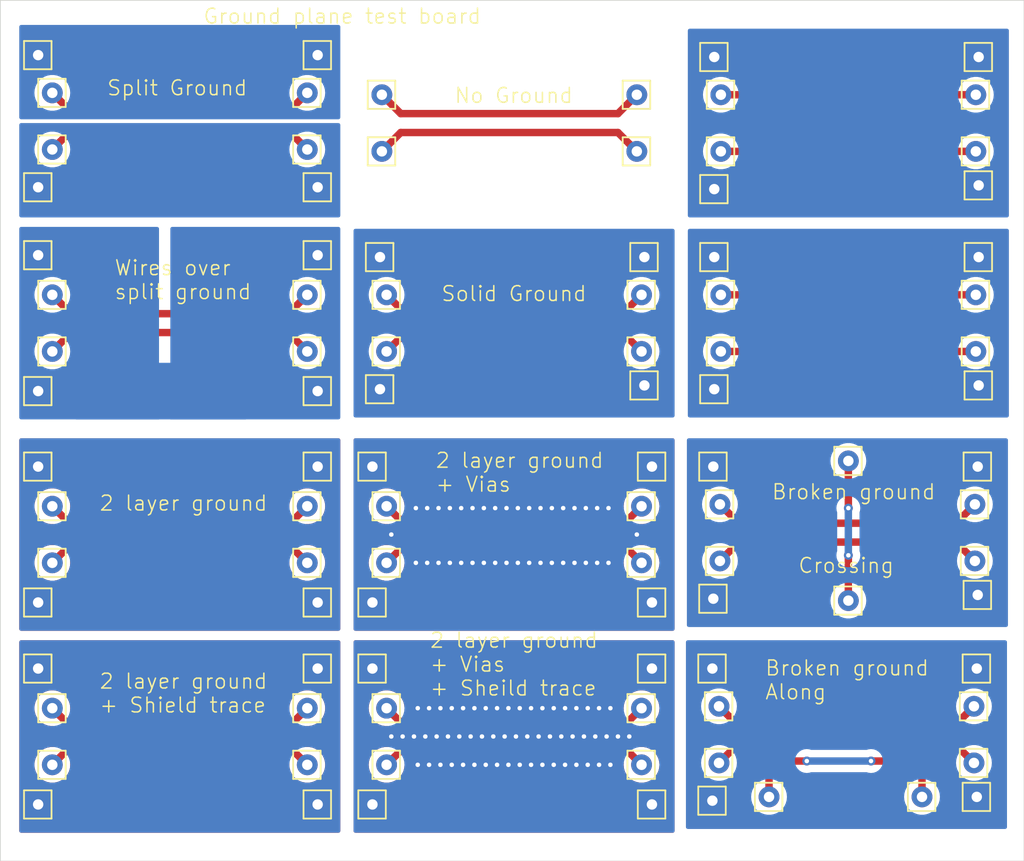
<source format=kicad_pcb>
(kicad_pcb (version 20221018) (generator pcbnew)
  (layers (0 "F.Cu" signal) (31 "B.Cu" signal) (34 "B.Paste" user) (35 "F.Paste" user) (36 "B.SilkS" user "B.Silkscreen") (37 "F.SilkS" user "F.Silkscreen") (38 "B.Mask" user) (39 "F.Mask" user) (44 "Edge.Cuts" user))
  (net 0 "")
  (net 1 "GND")
  (footprint "Connector_Pin:Pin_D0.7mm_L6.5mm_W1.8mm_FlatFork" (layer "F.Cu") (at 91.567 112.395)
    (fp_text reference "REF**" hide)
    (fp_text value "Pin_D0.7mm_L6.5mm_W1.8mm_FlatFork" hide)
  )
  (footprint "Connector_Pin:Pin_D0.7mm_L6.5mm_W1.8mm_FlatFork" (layer "F.Cu") (at 96.7105 106.299)
    (fp_text reference "REF**" hide)
    (fp_text value "Pin_D0.7mm_L6.5mm_W1.8mm_FlatFork" hide)
  )
  (footprint "Connector_Pin:Pin_D0.7mm_L6.5mm_W1.8mm_FlatFork" (layer "F.Cu") (at 113.792 124.206)
    (fp_text reference "REF**" hide)
    (fp_text value "Pin_D0.7mm_L6.5mm_W1.8mm_FlatFork" hide)
  )
  (footprint "Connector_Pin:Pin_D0.7mm_L6.5mm_W1.8mm_FlatFork" (layer "F.Cu") (at 96.2025 117.856)
    (fp_text reference "REF**" hide)
    (fp_text value "Pin_D0.7mm_L6.5mm_W1.8mm_FlatFork" hide)
  )
  (footprint "Connector_Pin:Pin_D0.7mm_L6.5mm_W1.8mm_FlatFork" (layer "F.Cu") (at 91.3765 120.523)
    (fp_text reference "REF**" hide)
    (fp_text value "Pin_D0.7mm_L6.5mm_W1.8mm_FlatFork" hide)
  )
  (footprint "Connector_Pin:Pin_D0.7mm_L6.5mm_W1.8mm_FlatFork" (layer "F.Cu") (at 73.787 112.649)
    (fp_text reference "REF**" hide)
    (fp_text value "Pin_D0.7mm_L6.5mm_W1.8mm_FlatFork" hide)
  )
  (footprint "Connector_Pin:Pin_D0.7mm_L6.5mm_W1.8mm_FlatFork" (layer "F.Cu") (at 113.9825 117.856)
    (fp_text reference "REF**" hide)
    (fp_text value "Pin_D0.7mm_L6.5mm_W1.8mm_FlatFork" hide)
  )
  (footprint "Connector_Pin:Pin_D0.7mm_L6.5mm_W1.8mm_FlatFork" (layer "F.Cu") (at 50.8 99.06)
    (fp_text reference "REF**" hide)
    (fp_text value "Pin_D0.7mm_L6.5mm_W1.8mm_FlatFork" hide)
  )
  (footprint "Connector_Pin:Pin_D0.7mm_L6.5mm_W1.8mm_FlatFork" (layer "F.Cu") (at 51.7525 124.333)
    (fp_text reference "REF**" hide)
    (fp_text value "Pin_D0.7mm_L6.5mm_W1.8mm_FlatFork" hide)
  )
  (footprint "Connector_Pin:Pin_D0.7mm_L6.5mm_W1.8mm_FlatFork" (layer "F.Cu") (at 96.7105 110.109)
    (fp_text reference "REF**" hide)
    (fp_text value "Pin_D0.7mm_L6.5mm_W1.8mm_FlatFork" hide)
  )
  (footprint "Connector_Pin:Pin_D0.7mm_L6.5mm_W1.8mm_FlatFork" (layer "F.Cu") (at 74.2315 120.523)
    (fp_text reference "REF**" hide)
    (fp_text value "Pin_D0.7mm_L6.5mm_W1.8mm_FlatFork" hide)
  )
  (footprint "Connector_Pin:Pin_D0.7mm_L6.5mm_W1.8mm_FlatFork" (layer "F.Cu") (at 73.914 92.837)
    (fp_text reference "REF**" hide)
    (fp_text value "Pin_D0.7mm_L6.5mm_W1.8mm_FlatFork" hide)
  )
  (footprint "Connector_Pin:Pin_D0.7mm_L6.5mm_W1.8mm_FlatFork" (layer "F.Cu") (at 114.046 98.933)
    (fp_text reference "REF**" hide)
    (fp_text value "Pin_D0.7mm_L6.5mm_W1.8mm_FlatFork" hide)
  )
  (footprint "Connector_Pin:Pin_D0.7mm_L6.5mm_W1.8mm_FlatFork" (layer "F.Cu") (at 113.7285 133.985)
    (fp_text reference "REF**" hide)
    (fp_text value "Pin_D0.7mm_L6.5mm_W1.8mm_FlatFork" hide)
  )
  (footprint "Connector_Pin:Pin_D0.7mm_L6.5mm_W1.8mm_FlatFork" (layer "F.Cu") (at 96.7105 92.837)
    (fp_text reference "REF**" hide)
    (fp_text value "Pin_D0.7mm_L6.5mm_W1.8mm_FlatFork" hide)
  )
  (footprint "Connector_Pin:Pin_D0.7mm_L6.5mm_W1.8mm_FlatFork" (layer "F.Cu") (at 69.596 90.17)
    (fp_text reference "REF**" hide)
    (fp_text value "Pin_D0.7mm_L6.5mm_W1.8mm_FlatFork" hide)
  )
  (footprint "Connector_Pin:Pin_D0.7mm_L6.5mm_W1.8mm_FlatFork" (layer "F.Cu") (at 91.3765 124.333)
    (fp_text reference "REF**" hide)
    (fp_text value "Pin_D0.7mm_L6.5mm_W1.8mm_FlatFork" hide)
  )
  (footprint "Connector_Pin:Pin_D0.7mm_L6.5mm_W1.8mm_FlatFork" (layer "F.Cu") (at 113.8555 106.299)
    (fp_text reference "REF**" hide)
    (fp_text value "Pin_D0.7mm_L6.5mm_W1.8mm_FlatFork" hide)
  )
  (footprint "Connector_Pin:Pin_D0.7mm_L6.5mm_W1.8mm_FlatFork" (layer "F.Cu") (at 69.596 131.445)
    (fp_text reference "REF**" hide)
    (fp_text value "Pin_D0.7mm_L6.5mm_W1.8mm_FlatFork" hide)
  )
  (footprint "Connector_Pin:Pin_D0.7mm_L6.5mm_W1.8mm_FlatFork" (layer "F.Cu") (at 68.8975 92.71)
    (fp_text reference "REF**" hide)
    (fp_text value "Pin_D0.7mm_L6.5mm_W1.8mm_FlatFork" hide)
  )
  (footprint "Connector_Pin:Pin_D0.7mm_L6.5mm_W1.8mm_FlatFork" (layer "F.Cu") (at 91.3765 137.922)
    (fp_text reference "REF**" hide)
    (fp_text value "Pin_D0.7mm_L6.5mm_W1.8mm_FlatFork" hide)
  )
  (footprint "Connector_Pin:Pin_D0.7mm_L6.5mm_W1.8mm_FlatFork" (layer "F.Cu") (at 91.567 103.759)
    (fp_text reference "REF**" hide)
    (fp_text value "Pin_D0.7mm_L6.5mm_W1.8mm_FlatFork" hide)
  )
  (footprint "Connector_Pin:Pin_D0.7mm_L6.5mm_W1.8mm_FlatFork" (layer "F.Cu") (at 68.8975 96.52)
    (fp_text reference "REF**" hide)
    (fp_text value "Pin_D0.7mm_L6.5mm_W1.8mm_FlatFork" hide)
  )
  (footprint "Connector_Pin:Pin_D0.7mm_L6.5mm_W1.8mm_FlatFork" (layer "F.Cu") (at 50.8 140.589)
    (fp_text reference "REF**" hide)
    (fp_text value "Pin_D0.7mm_L6.5mm_W1.8mm_FlatFork" hide)
  )
  (footprint "Connector_Pin:Pin_D0.7mm_L6.5mm_W1.8mm_FlatFork" (layer "F.Cu") (at 96.5835 137.795)
    (fp_text reference "REF**" hide)
    (fp_text value "Pin_D0.7mm_L6.5mm_W1.8mm_FlatFork" hide)
  )
  (footprint "Connector_Pin:Pin_D0.7mm_L6.5mm_W1.8mm_FlatFork" (layer "F.Cu") (at 50.8 127)
    (fp_text reference "REF**" hide)
    (fp_text value "Pin_D0.7mm_L6.5mm_W1.8mm_FlatFork" hide)
  )
  (footprint "Connector_Pin:Pin_D0.7mm_L6.5mm_W1.8mm_FlatFork" (layer "F.Cu") (at 50.8 112.776)
    (fp_text reference "REF**" hide)
    (fp_text value "Pin_D0.7mm_L6.5mm_W1.8mm_FlatFork" hide)
  )
  (footprint "Connector_Pin:Pin_D0.7mm_L6.5mm_W1.8mm_FlatFork" (layer "F.Cu") (at 113.792 120.396)
    (fp_text reference "REF**" hide)
    (fp_text value "Pin_D0.7mm_L6.5mm_W1.8mm_FlatFork" hide)
  )
  (footprint "Connector_Pin:Pin_D0.7mm_L6.5mm_W1.8mm_FlatFork" (layer "F.Cu") (at 91.3765 106.299)
    (fp_text reference "REF**" hide)
    (fp_text value "Pin_D0.7mm_L6.5mm_W1.8mm_FlatFork" hide)
  )
  (footprint "Connector_Pin:Pin_D0.7mm_L6.5mm_W1.8mm_FlatFork" (layer "F.Cu") (at 51.7525 134.112)
    (fp_text reference "REF**" hide)
    (fp_text value "Pin_D0.7mm_L6.5mm_W1.8mm_FlatFork" hide)
  )
  (footprint "Connector_Pin:Pin_D0.7mm_L6.5mm_W1.8mm_FlatFork" (layer "F.Cu") (at 69.596 117.856)
    (fp_text reference "REF**" hide)
    (fp_text value "Pin_D0.7mm_L6.5mm_W1.8mm_FlatFork" hide)
  )
  (footprint "Connector_Pin:Pin_D0.7mm_L6.5mm_W1.8mm_FlatFork" (layer "F.Cu") (at 92.075 127)
    (fp_text reference "REF**" hide)
    (fp_text value "Pin_D0.7mm_L6.5mm_W1.8mm_FlatFork" hide)
  )
  (footprint "Connector_Pin:Pin_D0.7mm_L6.5mm_W1.8mm_FlatFork" (layer "F.Cu") (at 92.075 117.856)
    (fp_text reference "REF**" hide)
    (fp_text value "Pin_D0.7mm_L6.5mm_W1.8mm_FlatFork" hide)
  )
  (footprint "Connector_Pin:Pin_D0.7mm_L6.5mm_W1.8mm_FlatFork" (layer "F.Cu") (at 68.8975 134.112)
    (fp_text reference "REF**" hide)
    (fp_text value "Pin_D0.7mm_L6.5mm_W1.8mm_FlatFork" hide)
  )
  (footprint "Connector_Pin:Pin_D0.7mm_L6.5mm_W1.8mm_FlatFork" (layer "F.Cu") (at 51.7525 106.299)
    (fp_text reference "REF**" hide)
    (fp_text value "Pin_D0.7mm_L6.5mm_W1.8mm_FlatFork" hide)
  )
  (footprint "Connector_Pin:Pin_D0.7mm_L6.5mm_W1.8mm_FlatFork" (layer "F.Cu") (at 114.046 112.395)
    (fp_text reference "REF**" hide)
    (fp_text value "Pin_D0.7mm_L6.5mm_W1.8mm_FlatFork" hide)
  )
  (footprint "Connector_Pin:Pin_D0.7mm_L6.5mm_W1.8mm_FlatFork" (layer "F.Cu") (at 105.283 117.475)
    (fp_text reference "REF**" hide)
    (fp_text value "Pin_D0.7mm_L6.5mm_W1.8mm_FlatFork" hide)
  )
  (footprint "Connector_Pin:Pin_D0.7mm_L6.5mm_W1.8mm_FlatFork" (layer "F.Cu") (at 105.283 126.873)
    (fp_text reference "REF**" hide)
    (fp_text value "Pin_D0.7mm_L6.5mm_W1.8mm_FlatFork" hide)
  )
  (footprint "Connector_Pin:Pin_D0.7mm_L6.5mm_W1.8mm_FlatFork" (layer "F.Cu") (at 51.7525 96.52)
    (fp_text reference "REF**" hide)
    (fp_text value "Pin_D0.7mm_L6.5mm_W1.8mm_FlatFork" hide)
  )
  (footprint "Connector_Pin:Pin_D0.7mm_L6.5mm_W1.8mm_FlatFork" (layer "F.Cu") (at 68.8975 137.922)
    (fp_text reference "REF**" hide)
    (fp_text value "Pin_D0.7mm_L6.5mm_W1.8mm_FlatFork" hide)
  )
  (footprint "Connector_Pin:Pin_D0.7mm_L6.5mm_W1.8mm_FlatFork" (layer "F.Cu") (at 113.8555 92.837)
    (fp_text reference "REF**" hide)
    (fp_text value "Pin_D0.7mm_L6.5mm_W1.8mm_FlatFork" hide)
  )
  (footprint "Connector_Pin:Pin_D0.7mm_L6.5mm_W1.8mm_FlatFork" (layer "F.Cu") (at 113.8555 96.647)
    (fp_text reference "REF**" hide)
    (fp_text value "Pin_D0.7mm_L6.5mm_W1.8mm_FlatFork" hide)
  )
  (footprint "Connector_Pin:Pin_D0.7mm_L6.5mm_W1.8mm_FlatFork" (layer "F.Cu") (at 96.266 90.297)
    (fp_text reference "REF**" hide)
    (fp_text value "Pin_D0.7mm_L6.5mm_W1.8mm_FlatFork" hide)
  )
  (footprint "Connector_Pin:Pin_D0.7mm_L6.5mm_W1.8mm_FlatFork" (layer "F.Cu") (at 96.266 99.187)
    (fp_text reference "REF**" hide)
    (fp_text value "Pin_D0.7mm_L6.5mm_W1.8mm_FlatFork" hide)
  )
  (footprint "Connector_Pin:Pin_D0.7mm_L6.5mm_W1.8mm_FlatFork" (layer "F.Cu") (at 74.2315 124.333)
    (fp_text reference "REF**" hide)
    (fp_text value "Pin_D0.7mm_L6.5mm_W1.8mm_FlatFork" hide)
  )
  (footprint "Connector_Pin:Pin_D0.7mm_L6.5mm_W1.8mm_FlatFork" (layer "F.Cu") (at 73.279 131.445)
    (fp_text reference "REF**" hide)
    (fp_text value "Pin_D0.7mm_L6.5mm_W1.8mm_FlatFork" hide)
  )
  (footprint "Connector_Pin:Pin_D0.7mm_L6.5mm_W1.8mm_FlatFork" (layer "F.Cu") (at 96.5835 133.985)
    (fp_text reference "REF**" hide)
    (fp_text value "Pin_D0.7mm_L6.5mm_W1.8mm_FlatFork" hide)
  )
  (footprint "Connector_Pin:Pin_D0.7mm_L6.5mm_W1.8mm_FlatFork" (layer "F.Cu") (at 74.2315 110.109)
    (fp_text reference "REF**" hide)
    (fp_text value "Pin_D0.7mm_L6.5mm_W1.8mm_FlatFork" hide)
  )
  (footprint "Connector_Pin:Pin_D0.7mm_L6.5mm_W1.8mm_FlatFork" (layer "F.Cu") (at 50.8 117.856)
    (fp_text reference "REF**" hide)
    (fp_text value "Pin_D0.7mm_L6.5mm_W1.8mm_FlatFork" hide)
  )
  (footprint "Connector_Pin:Pin_D0.7mm_L6.5mm_W1.8mm_FlatFork" (layer "F.Cu") (at 92.075 131.445)
    (fp_text reference "REF**" hide)
    (fp_text value "Pin_D0.7mm_L6.5mm_W1.8mm_FlatFork" hide)
  )
  (footprint "Connector_Pin:Pin_D0.7mm_L6.5mm_W1.8mm_FlatFork" (layer "F.Cu") (at 69.596 127)
    (fp_text reference "REF**" hide)
    (fp_text value "Pin_D0.7mm_L6.5mm_W1.8mm_FlatFork" hide)
  )
  (footprint "Connector_Pin:Pin_D0.7mm_L6.5mm_W1.8mm_FlatFork" (layer "F.Cu") (at 74.2315 137.922)
    (fp_text reference "REF**" hide)
    (fp_text value "Pin_D0.7mm_L6.5mm_W1.8mm_FlatFork" hide)
  )
  (footprint "Connector_Pin:Pin_D0.7mm_L6.5mm_W1.8mm_FlatFork" (layer "F.Cu") (at 50.8 131.445)
    (fp_text reference "REF**" hide)
    (fp_text value "Pin_D0.7mm_L6.5mm_W1.8mm_FlatFork" hide)
  )
  (footprint "Connector_Pin:Pin_D0.7mm_L6.5mm_W1.8mm_FlatFork" (layer "F.Cu") (at 96.139 140.335)
    (fp_text reference "REF**" hide)
    (fp_text value "Pin_D0.7mm_L6.5mm_W1.8mm_FlatFork" hide)
  )
  (footprint "Connector_Pin:Pin_D0.7mm_L6.5mm_W1.8mm_FlatFork" (layer "F.Cu") (at 68.8975 124.333)
    (fp_text reference "REF**" hide)
    (fp_text value "Pin_D0.7mm_L6.5mm_W1.8mm_FlatFork" hide)
  )
  (footprint "Connector_Pin:Pin_D0.7mm_L6.5mm_W1.8mm_FlatFork" (layer "F.Cu") (at 91.059 92.837)
    (fp_text reference "REF**" hide)
    (fp_text value "Pin_D0.7mm_L6.5mm_W1.8mm_FlatFork" hide)
  )
  (footprint "Connector_Pin:Pin_D0.7mm_L6.5mm_W1.8mm_FlatFork" (layer "F.Cu") (at 68.8975 110.109)
    (fp_text reference "REF**" hide)
    (fp_text value "Pin_D0.7mm_L6.5mm_W1.8mm_FlatFork" hide)
  )
  (footprint "Connector_Pin:Pin_D0.7mm_L6.5mm_W1.8mm_FlatFork" (layer "F.Cu") (at 91.3765 110.109)
    (fp_text reference "REF**" hide)
    (fp_text value "Pin_D0.7mm_L6.5mm_W1.8mm_FlatFork" hide)
  )
  (footprint "Connector_Pin:Pin_D0.7mm_L6.5mm_W1.8mm_FlatFork" (layer "F.Cu") (at 110.236 140.081)
    (fp_text reference "REF**" hide)
    (fp_text value "Pin_D0.7mm_L6.5mm_W1.8mm_FlatFork" hide)
  )
  (footprint "Connector_Pin:Pin_D0.7mm_L6.5mm_W1.8mm_FlatFork" (layer "F.Cu") (at 91.059 96.647)
    (fp_text reference "REF**" hide)
    (fp_text value "Pin_D0.7mm_L6.5mm_W1.8mm_FlatFork" hide)
  )
  (footprint "Connector_Pin:Pin_D0.7mm_L6.5mm_W1.8mm_FlatFork" (layer "F.Cu") (at 114.046 90.297)
    (fp_text reference "REF**" hide)
    (fp_text value "Pin_D0.7mm_L6.5mm_W1.8mm_FlatFork" hide)
  )
  (footprint "Connector_Pin:Pin_D0.7mm_L6.5mm_W1.8mm_FlatFork" (layer "F.Cu") (at 96.139 131.445)
    (fp_text reference "REF**" hide)
    (fp_text value "Pin_D0.7mm_L6.5mm_W1.8mm_FlatFork" hide)
  )
  (footprint "Connector_Pin:Pin_D0.7mm_L6.5mm_W1.8mm_FlatFork" (layer "F.Cu") (at 73.279 140.589)
    (fp_text reference "REF**" hide)
    (fp_text value "Pin_D0.7mm_L6.5mm_W1.8mm_FlatFork" hide)
  )
  (footprint "Connector_Pin:Pin_D0.7mm_L6.5mm_W1.8mm_FlatFork" (layer "F.Cu") (at 92.075 140.589)
    (fp_text reference "REF**" hide)
    (fp_text value "Pin_D0.7mm_L6.5mm_W1.8mm_FlatFork" hide)
  )
  (footprint "Connector_Pin:Pin_D0.7mm_L6.5mm_W1.8mm_FlatFork" (layer "F.Cu") (at 96.2025 126.746)
    (fp_text reference "REF**" hide)
    (fp_text value "Pin_D0.7mm_L6.5mm_W1.8mm_FlatFork" hide)
  )
  (footprint "Connector_Pin:Pin_D0.7mm_L6.5mm_W1.8mm_FlatFork" (layer "F.Cu") (at 113.919 131.445)
    (fp_text reference "REF**" hide)
    (fp_text value "Pin_D0.7mm_L6.5mm_W1.8mm_FlatFork" hide)
  )
  (footprint "Connector_Pin:Pin_D0.7mm_L6.5mm_W1.8mm_FlatFork" (layer "F.Cu") (at 74.2315 134.112)
    (fp_text reference "REF**" hide)
    (fp_text value "Pin_D0.7mm_L6.5mm_W1.8mm_FlatFork" hide)
  )
  (footprint "Connector_Pin:Pin_D0.7mm_L6.5mm_W1.8mm_FlatFork" (layer "F.Cu") (at 91.3765 134.112)
    (fp_text reference "REF**" hide)
    (fp_text value "Pin_D0.7mm_L6.5mm_W1.8mm_FlatFork" hide)
  )
  (footprint "Connector_Pin:Pin_D0.7mm_L6.5mm_W1.8mm_FlatFork" (layer "F.Cu") (at 51.7525 120.523)
    (fp_text reference "REF**" hide)
    (fp_text value "Pin_D0.7mm_L6.5mm_W1.8mm_FlatFork" hide)
  )
  (footprint "Connector_Pin:Pin_D0.7mm_L6.5mm_W1.8mm_FlatFork" (layer "F.Cu") (at 73.279 117.856)
    (fp_text reference "REF**" hide)
    (fp_text value "Pin_D0.7mm_L6.5mm_W1.8mm_FlatFork" hide)
  )
  (footprint "Connector_Pin:Pin_D0.7mm_L6.5mm_W1.8mm_FlatFork" (layer "F.Cu") (at 68.8975 120.523)
    (fp_text reference "REF**" hide)
    (fp_text value "Pin_D0.7mm_L6.5mm_W1.8mm_FlatFork" hide)
  )
  (footprint "Connector_Pin:Pin_D0.7mm_L6.5mm_W1.8mm_FlatFork" (layer "F.Cu") (at 50.8 103.632)
    (fp_text reference "REF**" hide)
    (fp_text value "Pin_D0.7mm_L6.5mm_W1.8mm_FlatFork" hide)
  )
  (footprint "Connector_Pin:Pin_D0.7mm_L6.5mm_W1.8mm_FlatFork" (layer "F.Cu") (at 113.8555 110.109)
    (fp_text reference "REF**" hide)
    (fp_text value "Pin_D0.7mm_L6.5mm_W1.8mm_FlatFork" hide)
  )
  (footprint "Connector_Pin:Pin_D0.7mm_L6.5mm_W1.8mm_FlatFork" (layer "F.Cu") (at 96.647 124.206)
    (fp_text reference "REF**" hide)
    (fp_text value "Pin_D0.7mm_L6.5mm_W1.8mm_FlatFork" hide)
  )
  (footprint "Connector_Pin:Pin_D0.7mm_L6.5mm_W1.8mm_FlatFork" (layer "F.Cu") (at 114.046 103.759)
    (fp_text reference "REF**" hide)
    (fp_text value "Pin_D0.7mm_L6.5mm_W1.8mm_FlatFork" hide)
  )
  (footprint "Connector_Pin:Pin_D0.7mm_L6.5mm_W1.8mm_FlatFork" (layer "F.Cu") (at 73.787 103.759)
    (fp_text reference "REF**" hide)
    (fp_text value "Pin_D0.7mm_L6.5mm_W1.8mm_FlatFork" hide)
  )
  (footprint "Connector_Pin:Pin_D0.7mm_L6.5mm_W1.8mm_FlatFork" (layer "F.Cu") (at 69.596 99.06)
    (fp_text reference "REF**" hide)
    (fp_text value "Pin_D0.7mm_L6.5mm_W1.8mm_FlatFork" hide)
  )
  (footprint "Connector_Pin:Pin_D0.7mm_L6.5mm_W1.8mm_FlatFork" (layer "F.Cu") (at 96.647 120.396)
    (fp_text reference "REF**" hide)
    (fp_text value "Pin_D0.7mm_L6.5mm_W1.8mm_FlatFork" hide)
  )
  (footprint "Connector_Pin:Pin_D0.7mm_L6.5mm_W1.8mm_FlatFork" (layer "F.Cu") (at 96.266 103.759)
    (fp_text reference "REF**" hide)
    (fp_text value "Pin_D0.7mm_L6.5mm_W1.8mm_FlatFork" hide)
  )
  (footprint "Connector_Pin:Pin_D0.7mm_L6.5mm_W1.8mm_FlatFork" (layer "F.Cu") (at 113.919 140.081)
    (fp_text reference "REF**" hide)
    (fp_text value "Pin_D0.7mm_L6.5mm_W1.8mm_FlatFork" hide)
  )
  (footprint "Connector_Pin:Pin_D0.7mm_L6.5mm_W1.8mm_FlatFork" (layer "F.Cu") (at 96.266 112.649)
    (fp_text reference "REF**" hide)
    (fp_text value "Pin_D0.7mm_L6.5mm_W1.8mm_FlatFork" hide)
  )
  (footprint "Connector_Pin:Pin_D0.7mm_L6.5mm_W1.8mm_FlatFork" (layer "F.Cu") (at 99.949 140.081)
    (fp_text reference "REF**" hide)
    (fp_text value "Pin_D0.7mm_L6.5mm_W1.8mm_FlatFork" hide)
  )
  (footprint "Connector_Pin:Pin_D0.7mm_L6.5mm_W1.8mm_FlatFork" (layer "F.Cu") (at 73.914 96.647)
    (fp_text reference "REF**" hide)
    (fp_text value "Pin_D0.7mm_L6.5mm_W1.8mm_FlatFork" hide)
  )
  (footprint "Connector_Pin:Pin_D0.7mm_L6.5mm_W1.8mm_FlatFork" (layer "F.Cu") (at 74.2315 106.299)
    (fp_text reference "REF**" hide)
    (fp_text value "Pin_D0.7mm_L6.5mm_W1.8mm_FlatFork" hide)
  )
  (footprint "Connector_Pin:Pin_D0.7mm_L6.5mm_W1.8mm_FlatFork" (layer "F.Cu") (at 69.596 112.776)
    (fp_text reference "REF**" hide)
    (fp_text value "Pin_D0.7mm_L6.5mm_W1.8mm_FlatFork" hide)
  )
  (footprint "Connector_Pin:Pin_D0.7mm_L6.5mm_W1.8mm_FlatFork" (layer "F.Cu") (at 69.596 140.589)
    (fp_text reference "REF**" hide)
    (fp_text value "Pin_D0.7mm_L6.5mm_W1.8mm_FlatFork" hide)
  )
  (footprint "Connector_Pin:Pin_D0.7mm_L6.5mm_W1.8mm_FlatFork" (layer "F.Cu") (at 113.9825 126.492)
    (fp_text reference "REF**" hide)
    (fp_text value "Pin_D0.7mm_L6.5mm_W1.8mm_FlatFork" hide)
  )
  (footprint "Connector_Pin:Pin_D0.7mm_L6.5mm_W1.8mm_FlatFork" (layer "F.Cu") (at 96.7105 96.647)
    (fp_text reference "REF**" hide)
    (fp_text value "Pin_D0.7mm_L6.5mm_W1.8mm_FlatFork" hide)
  )
  (footprint "Connector_Pin:Pin_D0.7mm_L6.5mm_W1.8mm_FlatFork" (layer "F.Cu") (at 51.7525 110.109)
    (fp_text reference "REF**" hide)
    (fp_text value "Pin_D0.7mm_L6.5mm_W1.8mm_FlatFork" hide)
  )
  (footprint "Connector_Pin:Pin_D0.7mm_L6.5mm_W1.8mm_FlatFork" (layer "F.Cu") (at 51.7525 92.71)
    (fp_text reference "REF**" hide)
    (fp_text value "Pin_D0.7mm_L6.5mm_W1.8mm_FlatFork" hide)
  )
  (footprint "Connector_Pin:Pin_D0.7mm_L6.5mm_W1.8mm_FlatFork" (layer "F.Cu") (at 50.8 90.17)
    (fp_text reference "REF**" hide)
    (fp_text value "Pin_D0.7mm_L6.5mm_W1.8mm_FlatFork" hide)
  )
  (footprint "Connector_Pin:Pin_D0.7mm_L6.5mm_W1.8mm_FlatFork" (layer "F.Cu") (at 73.279 127)
    (fp_text reference "REF**" hide)
    (fp_text value "Pin_D0.7mm_L6.5mm_W1.8mm_FlatFork" hide)
  )
  (footprint "Connector_Pin:Pin_D0.7mm_L6.5mm_W1.8mm_FlatFork" (layer "F.Cu") (at 113.7285 137.795)
    (fp_text reference "REF**" hide)
    (fp_text value "Pin_D0.7mm_L6.5mm_W1.8mm_FlatFork" hide)
  )
  (footprint "Connector_Pin:Pin_D0.7mm_L6.5mm_W1.8mm_FlatFork" (layer "F.Cu") (at 69.596 103.632)
    (fp_text reference "REF**" hide)
    (fp_text value "Pin_D0.7mm_L6.5mm_W1.8mm_FlatFork" hide)
  )
  (footprint "Connector_Pin:Pin_D0.7mm_L6.5mm_W1.8mm_FlatFork" (layer "F.Cu") (at 68.8975 106.299)
    (fp_text reference "REF**" hide)
    (fp_text value "Pin_D0.7mm_L6.5mm_W1.8mm_FlatFork" hide)
  )
  (footprint "Connector_Pin:Pin_D0.7mm_L6.5mm_W1.8mm_FlatFork" (layer "F.Cu") (at 51.7525 137.922)
    (fp_text reference "REF**" hide)
    (fp_text value "Pin_D0.7mm_L6.5mm_W1.8mm_FlatFork" hide)
  )
  (gr_rect (start 48.26 86.487) (end 117.094 144.399) (stroke (width 0.05)) (fill none) (layer "Edge.Cuts"))
  (gr_text "2 layer ground\n+ Vias" (at 77.47 119.634) (layer "F.SilkS") (effects (font (size 1 1) (thickness 0.1)) (justify left bottom)))
  (gr_text "2 layer ground\n+ Vias\n+ Sheild trace" (at 77.089 133.35) (layer "F.SilkS") (effects (font (size 1 1) (thickness 0.1)) (justify left bottom)))
  (gr_text "Crossing" (at 101.854 125.095) (layer "F.SilkS") (effects (font (size 1 1) (thickness 0.1)) (justify left bottom)))
  (gr_text "2 layer ground" (at 54.864 120.904) (layer "F.SilkS") (effects (font (size 1 1) (thickness 0.1)) (justify left bottom)))
  (gr_text "Broken ground\nAlong" (at 99.6315 133.604) (layer "F.SilkS") (effects (font (size 1 1) (thickness 0.1)) (justify left bottom)))
  (gr_text "No Ground" (at 78.74 93.472) (layer "F.SilkS") (effects (font (size 1 1) (thickness 0.1)) (justify left bottom)))
  (gr_text "Split Ground" (at 55.372 92.964) (layer "F.SilkS") (effects (font (size 1 1) (thickness 0.1)) (justify left bottom)))
  (gr_text "Wires over\nsplit ground" (at 55.88 106.68) (layer "F.SilkS") (effects (font (size 1 1) (thickness 0.1)) (justify left bottom)))
  (gr_text "Solid Ground" (at 77.851 106.807) (layer "F.SilkS") (effects (font (size 1 1) (thickness 0.1)) (justify left bottom)))
  (gr_text "Ground plane test board" (at 61.849 88.138) (layer "F.SilkS") (effects (font (size 1 1) (thickness 0.1)) (justify left bottom)))
  (gr_text "Broken ground" (at 100.076 120.142) (layer "F.SilkS") (effects (font (size 1 1) (thickness 0.1)) (justify left bottom)))
  (gr_text "2 layer ground\n+ Shield trace" (at 54.864 134.493) (layer "F.SilkS") (effects (font (size 1 1) (thickness 0.1)) (justify left bottom)))
  (segment (start 96.7105 106.299) (end 103.759 106.299) (width 0.5) (layer "F.Cu") (net 0))
  (segment (start 110.109 137.668) (end 110.236 137.795) (width 0.5) (layer "F.Cu") (net 0))
  (segment (start 75.184 94.107) (end 89.789 94.107) (width 0.5) (layer "F.Cu") (net 0))
  (segment (start 105.156 108.585) (end 103.632 110.109) (width 0.5) (layer "F.Cu") (net 0))
  (segment (start 112.522 121.666) (end 113.792 120.396) (width 0.5) (layer "F.Cu") (net 0))
  (segment (start 90.1065 135.382) (end 91.3765 134.112) (width 0.5) (layer "F.Cu") (net 0))
  (segment (start 107.569 106.299) (end 113.8555 106.299) (width 0.5) (layer "F.Cu") (net 0))
  (segment (start 67.6275 108.839) (end 53.0225 108.839) (width 0.5) (layer "F.Cu") (net 0))
  (segment (start 73.914 92.837) (end 75.184 94.107) (width 0.5) (layer "F.Cu") (net 0))
  (segment (start 113.8555 110.109) (end 107.696 110.109) (width 0.5) (layer "F.Cu") (net 0))
  (segment (start 105.156 94.361) (end 106.68 92.837) (width 0.5) (layer "F.Cu") (net 0))
  (segment (start 68.8975 124.333) (end 67.6275 123.063) (width 0.5) (layer "F.Cu") (net 0))
  (segment (start 91.3765 137.922) (end 90.1065 136.652) (width 0.5) (layer "F.Cu") (net 0))
  (segment (start 112.4585 135.255) (end 113.7285 133.985) (width 0.5) (layer "F.Cu") (net 0))
  (segment (start 90.1065 108.839) (end 75.5015 108.839) (width 0.5) (layer "F.Cu") (net 0))
  (segment (start 91.3765 110.109) (end 90.1065 108.839) (width 0.5) (layer "F.Cu") (net 0))
  (segment (start 97.917 122.936) (end 96.647 124.206) (width 0.5) (layer "F.Cu") (net 0))
  (segment (start 113.7285 137.795) (end 112.4585 136.525) (width 0.5) (layer "F.Cu") (net 0))
  (segment (start 90.1065 123.063) (end 75.5015 123.063) (width 0.5) (layer "F.Cu") (net 0))
  (segment (start 99.949 137.668) (end 102.489 137.668) (width 0.5) (layer "F.Cu") (net 0))
  (segment (start 67.6275 136.652) (end 53.0225 136.652) (width 0.5) (layer "F.Cu") (net 0))
  (segment (start 106.68 92.837) (end 113.8555 92.837) (width 0.5) (layer "F.Cu") (net 0))
  (segment (start 103.632 110.109) (end 96.7105 110.109) (width 0.5) (layer "F.Cu") (net 0))
  (segment (start 97.8535 135.255) (end 112.4585 135.255) (width 0.5) (layer "F.Cu") (net 0))
  (segment (start 105.283 126.873) (end 105.283 123.825) (width 0.5) (layer "F.Cu") (net 0))
  (segment (start 112.4585 136.525) (end 97.8535 136.525) (width 0.5) (layer "F.Cu") (net 0))
  (segment (start 67.6275 123.063) (end 53.0225 123.063) (width 0.5) (layer "F.Cu") (net 0))
  (segment (start 75.184 95.377) (end 73.914 96.647) (width 0.5) (layer "F.Cu") (net 0))
  (segment (start 67.6275 135.382) (end 68.8975 134.112) (width 0.5) (layer "F.Cu") (net 0))
  (segment (start 51.7525 92.71) (end 53.0225 93.98) (width 0.5) (layer "F.Cu") (net 0))
  (segment (start 112.522 122.936) (end 97.917 122.936) (width 0.5) (layer "F.Cu") (net 0))
  (segment (start 74.2315 120.523) (end 75.5015 121.793) (width 0.5) (layer "F.Cu") (net 0))
  (segment (start 53.0225 135.382) (end 67.6275 135.382) (width 0.5) (layer "F.Cu") (net 0))
  (segment (start 74.2315 106.299) (end 75.5015 107.569) (width 0.5) (layer "F.Cu") (net 0))
  (segment (start 68.8975 110.109) (end 67.6275 108.839) (width 0.5) (layer "F.Cu") (net 0))
  (segment (start 106.807 137.668) (end 110.109 137.668) (width 0.5) (layer "F.Cu") (net 0))
  (segment (start 67.6275 95.25) (end 53.0225 95.25) (width 0.5) (layer "F.Cu") (net 0))
  (segment (start 106.172 108.585) (end 105.156 108.585) (width 0.5) (layer "F.Cu") (net 0))
  (segment (start 105.156 95.123) (end 106.68 96.647) (width 0.5) (layer "F.Cu") (net 0))
  (segment (start 89.789 95.377) (end 75.184 95.377) (width 0.5) (layer "F.Cu") (net 0))
  (segment (start 106.172 107.696) (end 107.569 106.299) (width 0.5) (layer "F.Cu") (net 0))
  (segment (start 53.0225 136.652) (end 51.7525 137.922) (width 0.5) (layer "F.Cu") (net 0))
  (segment (start 91.3765 124.333) (end 90.1065 123.063) (width 0.5) (layer "F.Cu") (net 0))
  (segment (start 53.0225 95.25) (end 51.7525 96.52) (width 0.5) (layer "F.Cu") (net 0))
  (segment (start 75.5015 135.382) (end 90.1065 135.382) (width 0.5) (layer "F.Cu") (net 0))
  (segment (start 53.0225 123.063) (end 51.7525 124.333) (width 0.5) (layer "F.Cu") (net 0))
  (segment (start 96.7105 92.837) (end 103.632 92.837) (width 0.5) (layer "F.Cu") (net 0))
  (segment (start 91.059 96.647) (end 89.789 95.377) (width 0.5) (layer "F.Cu") (net 0))
  (segment (start 75.5015 123.063) (end 74.2315 124.333) (width 0.5) (layer "F.Cu") (net 0))
  (segment (start 68.8975 137.922) (end 67.6275 136.652) (width 0.5) (layer "F.Cu") (net 0))
  (segment (start 107.696 110.109) (end 106.172 108.585) (width 0.5) (layer "F.Cu") (net 0))
  (segment (start 105.283 120.65) (end 105.283 117.475) (width 0.5) (layer "F.Cu") (net 0))
  (segment (start 96.5835 133.985) (end 97.8535 135.255) (width 0.5) (layer "F.Cu") (net 0))
  (segment (start 53.0225 121.793) (end 67.6275 121.793) (width 0.5) (layer "F.Cu") (net 0))
  (segment (start 97.8535 136.525) (end 96.5835 137.795) (width 0.5) (layer "F.Cu") (net 0))
  (segment (start 75.5015 136.652) (end 74.2315 137.922) (width 0.5) (layer "F.Cu") (net 0))
  (segment (start 99.949 140.081) (end 99.949 137.668) (width 0.5) (layer "F.Cu") (net 0))
  (segment (start 75.5015 107.569) (end 90.1065 107.569) (width 0.5) (layer "F.Cu") (net 0))
  (segment (start 53.0225 93.98) (end 67.6275 93.98) (width 0.5) (layer "F.Cu") (net 0))
  (segment (start 110.236 137.795) (end 110.236 140.081) (width 0.5) (layer "F.Cu") (net 0))
  (segment (start 67.6275 107.569) (end 68.8975 106.299) (width 0.5) (layer "F.Cu") (net 0))
  (segment (start 51.7525 106.299) (end 53.0225 107.569) (width 0.5) (layer "F.Cu") (net 0))
  (segment (start 90.1065 136.652) (end 75.5015 136.652) (width 0.5) (layer "F.Cu") (net 0))
  (segment (start 53.0225 107.569) (end 67.6275 107.569) (width 0.5) (layer "F.Cu") (net 0))
  (segment (start 103.759 106.299) (end 105.156 107.696) (width 0.5) (layer "F.Cu") (net 0))
  (segment (start 90.1065 107.569) (end 91.3765 106.299) (width 0.5) (layer "F.Cu") (net 0))
  (segment (start 113.792 124.206) (end 112.522 122.936) (width 0.5) (layer "F.Cu") (net 0))
  (segment (start 96.7105 96.647) (end 103.632 96.647) (width 0.5) (layer "F.Cu") (net 0))
  (segment (start 51.7525 134.112) (end 53.0225 135.382) (width 0.5) (layer "F.Cu") (net 0))
  (segment (start 67.6275 93.98) (end 68.8975 92.71) (width 0.5) (layer "F.Cu") (net 0))
  (segment (start 53.0225 108.839) (end 51.7525 110.109) (width 0.5) (layer "F.Cu") (net 0))
  (segment (start 96.647 120.396) (end 97.917 121.666) (width 0.5) (layer "F.Cu") (net 0))
  (segment (start 103.632 96.647) (end 105.156 95.123) (width 0.5) (layer "F.Cu") (net 0))
  (segment (start 106.68 96.647) (end 113.8555 96.647) (width 0.5) (layer "F.Cu") (net 0))
  (segment (start 68.8975 96.52) (end 67.6275 95.25) (width 0.5) (layer "F.Cu") (net 0))
  (segment (start 103.632 92.837) (end 105.156 94.361) (width 0.5) (layer "F.Cu") (net 0))
  (segment (start 75.5015 121.793) (end 90.1065 121.793) (width 0.5) (layer "F.Cu") (net 0))
  (segment (start 75.5015 108.839) (end 74.2315 110.109) (width 0.5) (layer "F.Cu") (net 0))
  (segment (start 90.1065 121.793) (end 91.3765 120.523) (width 0.5) (layer "F.Cu") (net 0))
  (segment (start 67.6275 121.793) (end 68.8975 120.523) (width 0.5) (layer "F.Cu") (net 0))
  (segment (start 97.917 121.666) (end 112.522 121.666) (width 0.5) (layer "F.Cu") (net 0))
  (segment (start 105.156 107.696) (end 106.172 107.696) (width 0.5) (layer "F.Cu") (net 0))
  (segment (start 89.789 94.107) (end 91.059 92.837) (width 0.5) (layer "F.Cu") (net 0))
  (segment (start 74.2315 134.112) (end 75.5015 135.382) (width 0.5) (layer "F.Cu") (net 0))
  (segment (start 51.7525 120.523) (end 53.0225 121.793) (width 0.5) (layer "F.Cu") (net 0))
  (via (at 105.283 123.825) (size 0.6) (drill 0.3) (layers "F.Cu" "B.Cu") (net 0))
  (via (at 102.489 137.668) (size 0.6) (drill 0.3) (layers "F.Cu" "B.Cu") (net 0))
  (via (at 106.807 137.668) (size 0.6) (drill 0.3) (layers "F.Cu" "B.Cu") (net 0))
  (via (at 105.283 120.65) (size 0.6) (drill 0.3) (layers "F.Cu" "B.Cu") (net 0))
  (segment (start 105.283 123.825) (end 105.283 120.65) (width 0.5) (layer "B.Cu") (net 0))
  (segment (start 102.489 137.668) (end 106.807 137.668) (width 0.5) (layer "B.Cu") (net 0))
  (segment (start 91.059 136.017) (end 90.805 136.017) (width 0.5) (layer "F.Cu") (net 1))
  (segment (start 67.31 136.017) (end 52.197 136.017) (width 0.5) (layer "F.Cu") (net 1))
  (segment (start 75.311 136.017) (end 74.676 136.017) (width 0.5) (layer "F.Cu") (net 1))
  (segment (start 73.787 136.017) (end 73.279 135.509) (width 0.5) (layer "F.Cu") (net 1))
  (segment (start 90.551 136.017) (end 91.059 136.017) (width 0.5) (layer "F.Cu") (net 1))
  (segment (start 74.676 136.017) (end 74.549 136.017) (width 0.5) (layer "F.Cu") (net 1))
  (segment (start 89.789 136.017) (end 75.311 136.017) (width 0.5) (layer "F.Cu") (net 1))
  (segment (start 68.58 136.017) (end 68.326 136.017) (width 0.5) (layer "F.Cu") (net 1))
  (segment (start 74.549 136.017) (end 73.787 136.017) (width 0.5) (layer "F.Cu") (net 1))
  (segment (start 73.279 135.509) (end 72.644 135.509) (width 0.5) (layer "F.Cu") (net 1))
  (segment (start 67.31 136.017) (end 68.58 136.017) (width 0.5) (layer "F.Cu") (net 1))
  (segment (start 89.789 136.017) (end 90.551 136.017) (width 0.5) (layer "F.Cu") (net 1))
  (via (at 87.503 136.017) (size 0.6) (drill 0.3) (layers "F.Cu" "B.Cu") (net 1))
  (via (at 85.471 134.112) (size 0.6) (drill 0.3) (layers "F.Cu" "B.Cu") (net 1))
  (via (at 77.089 137.922) (size 0.6) (drill 0.3) (layers "F.Cu" "B.Cu") (net 1))
  (via (at 76.073 136.017) (size 0.6) (drill 0.3) (layers "F.Cu" "B.Cu") (net 1))
  (via (at 88.392 124.333) (size 0.6) (drill 0.3) (layers "F.Cu" "B.Cu") (net 1))
  (via (at 82.423 134.112) (size 0.6) (drill 0.3) (layers "F.Cu" "B.Cu") (net 1))
  (via (at 74.549 136.017) (size 0.6) (drill 0.3) (layers "F.Cu" "B.Cu") (net 1))
  (via (at 85.471 137.922) (size 0.6) (drill 0.3) (layers "F.Cu" "B.Cu") (net 1))
  (via (at 78.613 134.112) (size 0.6) (drill 0.3) (layers "F.Cu" "B.Cu") (net 1))
  (via (at 76.962 120.65) (size 0.6) (drill 0.3) (layers "F.Cu" "B.Cu") (net 1))
  (via (at 77.724 124.333) (size 0.6) (drill 0.3) (layers "F.Cu" "B.Cu") (net 1))
  (via (at 87.757 137.922) (size 0.6) (drill 0.3) (layers "F.Cu" "B.Cu") (net 1))
  (via (at 85.979 136.017) (size 0.6) (drill 0.3) (layers "F.Cu" "B.Cu") (net 1))
  (via (at 85.344 124.333) (size 0.6) (drill 0.3) (layers "F.Cu" "B.Cu") (net 1))
  (via (at 79.248 124.333) (size 0.6) (drill 0.3) (layers "F.Cu" "B.Cu") (net 1))
  (via (at 83.947 137.922) (size 0.6) (drill 0.3) (layers "F.Cu" "B.Cu") (net 1))
  (via (at 80.899 134.112) (size 0.6) (drill 0.3) (layers "F.Cu" "B.Cu") (net 1))
  (via (at 75.311 136.017) (size 0.6) (drill 0.3) (layers "F.Cu" "B.Cu") (net 1))
  (via (at 86.106 120.65) (size 0.6) (drill 0.3) (layers "F.Cu" "B.Cu") (net 1))
  (via (at 84.455 136.017) (size 0.6) (drill 0.3) (layers "F.Cu" "B.Cu") (net 1))
  (via (at 88.519 137.922) (size 0.6) (drill 0.3) (layers "F.Cu" "B.Cu") (net 1))
  (via (at 77.089 134.112) (size 0.6) (drill 0.3) (layers "F.Cu" "B.Cu") (net 1))
  (via (at 83.693 136.017) (size 0.6) (drill 0.3) (layers "F.Cu" "B.Cu") (net 1))
  (via (at 88.519 134.112) (size 0.6) (drill 0.3) (layers "F.Cu" "B.Cu") (net 1))
  (via (at 83.82 120.65) (size 0.6) (drill 0.3) (layers "F.Cu" "B.Cu") (net 1))
  (via (at 87.757 134.112) (size 0.6) (drill 0.3) (layers "F.Cu" "B.Cu") (net 1))
  (via (at 87.63 120.65) (size 0.6) (drill 0.3) (layers "F.Cu" "B.Cu") (net 1))
  (via (at 83.185 134.112) (size 0.6) (drill 0.3) (layers "F.Cu" "B.Cu") (net 1))
  (via (at 79.883 136.017) (size 0.6) (drill 0.3) (layers "F.Cu" "B.Cu") (net 1))
  (via (at 81.661 134.112) (size 0.6) (drill 0.3) (layers "F.Cu" "B.Cu") (net 1))
  (via (at 78.613 137.922) (size 0.6) (drill 0.3) (layers "F.Cu" "B.Cu") (net 1))
  (via (at 89.281 134.112) (size 0.6) (drill 0.3) (layers "F.Cu" "B.Cu") (net 1))
  (via (at 83.058 120.65) (size 0.6) (drill 0.3) (layers "F.Cu" "B.Cu") (net 1))
  (via (at 79.121 136.017) (size 0.6) (drill 0.3) (layers "F.Cu" "B.Cu") (net 1))
  (via (at 84.582 124.333) (size 0.6) (drill 0.3) (layers "F.Cu" "B.Cu") (net 1))
  (via (at 86.995 134.112) (size 0.6) (drill 0.3) (layers "F.Cu" "B.Cu") (net 1))
  (via (at 76.962 124.333) (size 0.6) (drill 0.3) (layers "F.Cu" "B.Cu") (net 1))
  (via (at 76.2 124.333) (size 0.6) (drill 0.3) (layers "F.Cu" "B.Cu") (net 1))
  (via (at 88.265 136.017) (size 0.6) (drill 0.3) (layers "F.Cu" "B.Cu") (net 1))
  (via (at 85.344 120.65) (size 0.6) (drill 0.3) (layers "F.Cu" "B.Cu") (net 1))
  (via (at 87.63 124.333) (size 0.6) (drill 0.3) (layers "F.Cu" "B.Cu") (net 1))
  (via (at 91.059 122.428) (size 0.6) (drill 0.3) (layers "F.Cu" "B.Cu") (net 1))
  (via (at 81.534 124.333) (size 0.6) (drill 0.3) (layers "F.Cu" "B.Cu") (net 1))
  (via (at 81.407 136.017) (size 0.6) (drill 0.3) (layers "F.Cu" "B.Cu") (net 1))
  (via (at 74.549 122.428) (size 0.6) (drill 0.3) (layers "F.Cu" "B.Cu") (net 1))
  (via (at 89.154 120.65) (size 0.6) (drill 0.3) (layers "F.Cu" "B.Cu") (net 1))
  (via (at 76.2 120.65) (size 0.6) (drill 0.3) (layers "F.Cu" "B.Cu") (net 1))
  (via (at 86.995 137.922) (size 0.6) (drill 0.3) (layers "F.Cu" "B.Cu") (net 1))
  (via (at 80.137 137.922) (size 0.6) (drill 0.3) (layers "F.Cu" "B.Cu") (net 1))
  (via (at 80.772 124.333) (size 0.6) (drill 0.3) (layers "F.Cu" "B.Cu") (net 1))
  (via (at 89.154 124.333) (size 0.6) (drill 0.3) (layers "F.Cu" "B.Cu") (net 1))
  (via (at 86.233 137.922) (size 0.6) (drill 0.3) (layers "F.Cu" "B.Cu") (net 1))
  (via (at 76.835 136.017) (size 0.6) (drill 0.3) (layers "F.Cu" "B.Cu") (net 1))
  (via (at 82.931 136.017) (size 0.6) (drill 0.3) (layers "F.Cu" "B.Cu") (net 1))
  (via (at 83.058 124.333) (size 0.6) (drill 0.3) (layers "F.Cu" "B.Cu") (net 1))
  (via (at 86.868 124.333) (size 0.6) (drill 0.3) (layers "F.Cu" "B.Cu") (net 1))
  (via (at 79.248 120.65) (size 0.6) (drill 0.3) (layers "F.Cu" "B.Cu") (net 1))
  (via (at 84.582 120.65) (size 0.6) (drill 0.3) (layers "F.Cu" "B.Cu") (net 1))
  (via (at 76.327 137.922) (size 0.6) (drill 0.3) (layers "F.Cu" "B.Cu") (net 1))
  (via (at 83.947 134.112) (size 0.6) (drill 0.3) (layers "F.Cu" "B.Cu") (net 1))
  (via (at 77.597 136.017) (size 0.6) (drill 0.3) (layers "F.Cu" "B.Cu") (net 1))
  (via (at 81.661 137.922) (size 0.6) (drill 0.3) (layers "F.Cu" "B.Cu") (net 1))
  (via (at 89.789 136.017) (size 0.6) (drill 0.3) (layers "F.Cu" "B.Cu") (net 1))
  (via (at 80.772 120.65) (size 0.6) (drill 0.3) (layers "F.Cu" "B.Cu") (net 1))
  (via (at 78.359 136.017) (size 0.6) (drill 0.3) (layers "F.Cu" "B.Cu") (net 1))
  (via (at 88.392 120.65) (size 0.6) (drill 0.3) (layers "F.Cu" "B.Cu") (net 1))
  (via (at 80.01 120.65) (size 0.6) (drill 0.3) (layers "F.Cu" "B.Cu") (net 1))
  (via (at 80.01 124.333) (size 0.6) (drill 0.3) (layers "F.Cu" "B.Cu") (net 1))
  (via (at 76.327 134.112) (size 0.6) (drill 0.3) (layers "F.Cu" "B.Cu") (net 1))
  (via (at 80.899 137.922) (size 0.6) (drill 0.3) (layers "F.Cu" "B.Cu") (net 1))
  (via (at 84.709 134.112) (size 0.6) (drill 0.3) (layers "F.Cu" "B.Cu") (net 1))
  (via (at 80.645 136.017) (size 0.6) (drill 0.3) (layers "F.Cu" "B.Cu") (net 1))
  (via (at 89.027 136.017) (size 0.6) (drill 0.3) (layers "F.Cu" "B.Cu") (net 1))
  (via (at 77.851 137.922) (size 0.6) (drill 0.3) (layers "F.Cu" "B.Cu") (net 1))
  (via (at 78.486 120.65) (size 0.6) (drill 0.3) (layers "F.Cu" "B.Cu") (net 1))
  (via (at 82.423 137.922) (size 0.6) (drill 0.3) (layers "F.Cu" "B.Cu") (net 1))
  (via (at 84.709 137.922) (size 0.6) (drill 0.3) (layers "F.Cu" "B.Cu") (net 1))
  (via (at 82.296 124.333) (size 0.6) (drill 0.3) (layers "F.Cu" "B.Cu") (net 1))
  (via (at 79.375 137.922) (size 0.6) (drill 0.3) (layers "F.Cu" "B.Cu") (net 1))
  (via (at 86.741 136.017) (size 0.6) (drill 0.3) (layers "F.Cu" "B.Cu") (net 1))
  (via (at 82.296 120.65) (size 0.6) (drill 0.3) (layers "F.Cu" "B.Cu") (net 1))
  (via (at 77.724 120.65) (size 0.6) (drill 0.3) (layers "F.Cu" "B.Cu") (net 1))
  (via (at 89.281 137.922) (size 0.6) (drill 0.3) (layers "F.Cu" "B.Cu") (net 1))
  (via (at 86.868 120.65) (size 0.6) (drill 0.3) (layers "F.Cu" "B.Cu") (net 1))
  (via (at 80.137 134.112) (size 0.6) (drill 0.3) (layers "F.Cu" "B.Cu") (net 1))
  (via (at 78.486 124.333) (size 0.6) (drill 0.3) (layers "F.Cu" "B.Cu") (net 1))
  (via (at 90.551 136.017) (size 0.6) (drill 0.3) (layers "F.Cu" "B.Cu") (net 1))
  (via (at 85.217 136.017) (size 0.6) (drill 0.3) (layers "F.Cu" "B.Cu") (net 1))
  (via (at 86.106 124.333) (size 0.6) (drill 0.3) (layers "F.Cu" "B.Cu") (net 1))
  (via (at 82.169 136.017) (size 0.6) (drill 0.3) (layers "F.Cu" "B.Cu") (net 1))
  (via (at 86.233 134.112) (size 0.6) (drill 0.3) (layers "F.Cu" "B.Cu") (net 1))
  (via (at 79.375 134.112) (size 0.6) (drill 0.3) (layers "F.Cu" "B.Cu") (net 1))
  (via (at 83.82 124.333) (size 0.6) (drill 0.3) (layers "F.Cu" "B.Cu") (net 1))
  (via (at 83.185 137.922) (size 0.6) (drill 0.3) (layers "F.Cu" "B.Cu") (net 1))
  (via (at 77.851 134.112) (size 0.6) (drill 0.3) (layers "F.Cu" "B.Cu") (net 1))
  (via (at 81.534 120.65) (size 0.6) (drill 0.3) (layers "F.Cu" "B.Cu") (net 1))
  (zone (net 1) (net_name "GND") (layers "F&B.Cu") (connect_pads yes (clearance 0.5)) (min_thickness 0.25) (fill yes (thermal_gap 0.5) (thermal_bridge_width 0.5) (island_removal_mode 1) (island_area_min 10))
    (polygon (pts (xy 49.53 115.951) (xy 71.12 115.951) (xy 71.12 128.905) (xy 49.53 128.905)))
  )
  (zone (net 1) (net_name "GND") (layers "F&B.Cu") (connect_pads yes (clearance 0.5)) (min_thickness 0.25) (fill yes (thermal_gap 0.5) (thermal_bridge_width 0.5) (island_removal_mode 1) (island_area_min 10))
    (polygon (pts (xy 72.009 115.951) (xy 93.599 115.951) (xy 93.599 128.905) (xy 72.009 128.905)))
  )
  (zone (net 1) (net_name "GND") (layers "F&B.Cu") (connect_pads yes (clearance 0.5)) (min_thickness 0.25) (fill yes (thermal_gap 0.5) (thermal_bridge_width 0.5) (island_removal_mode 1) (island_area_min 10))
    (polygon (pts (xy 49.53 129.54) (xy 71.12 129.54) (xy 71.12 142.494) (xy 49.53 142.494)))
  )
  (zone (net 1) (net_name "GND") (layers "F&B.Cu") (connect_pads yes (clearance 0.5)) (min_thickness 0.25) (fill yes (thermal_gap 0.5) (thermal_bridge_width 0.5) (island_removal_mode 1) (island_area_min 10))
    (polygon (pts (xy 72.009 129.54) (xy 93.599 129.54) (xy 93.599 142.494) (xy 72.009 142.494)))
  )
  (zone (net 1) (net_name "GND") (layer "B.Cu") (connect_pads yes (clearance 0.5)) (min_thickness 0.25) (fill yes (thermal_gap 0.5) (thermal_bridge_width 0.5) (island_removal_mode 1) (island_area_min 10))
    (polygon (pts (xy 94.488 88.392) (xy 116.078 88.392) (xy 116.078 101.092) (xy 94.488 101.092)))
  )
  (zone (net 1) (net_name "GND") (layer "B.Cu") (connect_pads yes (clearance 0.5)) (min_thickness 0.25) (fill yes (thermal_gap 0.5) (thermal_bridge_width 0.5) (island_removal_mode 1) (island_area_min 10))
    (polygon (pts (xy 49.53 94.742) (xy 71.12 94.742) (xy 71.12 101.092) (xy 49.53 101.092)))
  )
  (zone (net 1) (net_name "GND") (layer "B.Cu") (connect_pads yes (clearance 0.5)) (min_thickness 0.25) (fill yes (thermal_gap 0.5) (thermal_bridge_width 0.5) (island_removal_mode 1) (island_area_min 10))
    (polygon (pts (xy 49.53 88.138) (xy 71.12 88.138) (xy 71.12 94.488) (xy 49.53 94.488)))
  )
  (zone (net 1) (net_name "GND") (layer "B.Cu") (connect_pads yes (clearance 0.5)) (min_thickness 0.25) (fill yes (thermal_gap 0.5) (thermal_bridge_width 0.5) (island_removal_mode 1) (island_area_min 10))
    (polygon (pts (xy 59.69 101.727) (xy 71.12 101.727) (xy 71.12 114.681) (xy 59.69 114.681)))
  )
  (zone (net 1) (net_name "GND") (layer "B.Cu") (connect_pads yes (clearance 0.5)) (min_thickness 0.25) (fill yes (thermal_gap 0.5) (thermal_bridge_width 0.5) (island_removal_mode 1) (island_area_min 10))
    (polygon (pts (xy 72.009 101.854) (xy 93.599 101.854) (xy 93.599 114.554) (xy 72.009 114.554)))
  )
  (zone (net 1) (net_name "GND") (layer "B.Cu") (connect_pads yes (clearance 0.5)) (min_thickness 0.25) (fill yes (thermal_gap 0.5) (thermal_bridge_width 0.5) (island_removal_mode 1) (island_area_min 10))
    (polygon (pts (xy 94.488 101.854) (xy 116.078 101.854) (xy 116.078 114.554) (xy 94.488 114.554)))
  )
  (zone (net 1) (net_name "GND") (layer "B.Cu") (connect_pads yes (clearance 0.5)) (min_thickness 0.25) (fill yes (thermal_gap 0.5) (thermal_bridge_width 0.5) (island_removal_mode 1) (island_area_min 10))
    (polygon (pts (xy 49.53 101.727) (xy 58.928 101.727) (xy 58.928 114.681) (xy 49.53 114.681)))
  )
  (zone (net 1) (net_name "GND") (layer "B.Cu") (connect_pads yes (clearance 0.5)) (min_thickness 0.25) (fill yes (thermal_gap 0.5) (thermal_bridge_width 0.5) (island_removal_mode 1) (island_area_min 10))
    (polygon (pts (xy 94.361 129.54) (xy 115.951 129.54) (xy 115.951 142.24) (xy 94.361 142.24)))
  )
  (zone (net 1) (net_name "GND") (layer "B.Cu") (connect_pads yes (clearance 0.5)) (min_thickness 0.25) (fill yes (thermal_gap 0.5) (thermal_bridge_width 0.5) (island_removal_mode 1) (island_area_min 10))
    (polygon (pts (xy 94.4245 115.951) (xy 116.0145 115.951) (xy 116.0145 128.651) (xy 94.4245 128.651)))
  )
  (zone (net 1) (net_name "GND") (layer "B.Cu") (connect_pads yes (clearance 0.5)) (min_thickness 0.25) (fill yes (thermal_gap 0.5) (thermal_bridge_width 0.5) (island_removal_mode 1) (island_area_min 10))
    (polygon (pts (xy 53.34 110.871) (xy 64.77 110.871) (xy 64.77 114.681) (xy 53.34 114.681)))
  )
)
</source>
